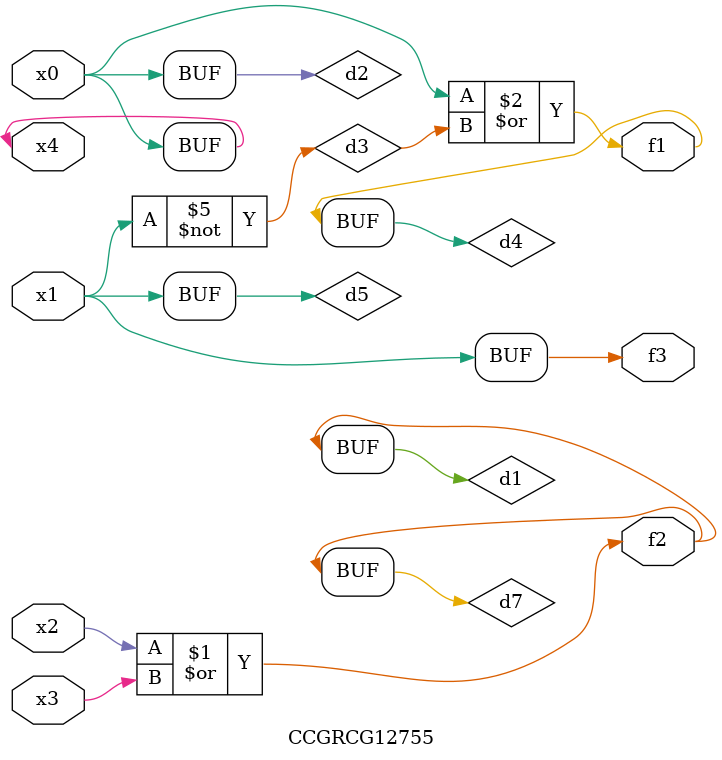
<source format=v>
module CCGRCG12755(
	input x0, x1, x2, x3, x4,
	output f1, f2, f3
);

	wire d1, d2, d3, d4, d5, d6, d7;

	or (d1, x2, x3);
	buf (d2, x0, x4);
	not (d3, x1);
	or (d4, d2, d3);
	not (d5, d3);
	nand (d6, d1, d3);
	or (d7, d1);
	assign f1 = d4;
	assign f2 = d7;
	assign f3 = d5;
endmodule

</source>
